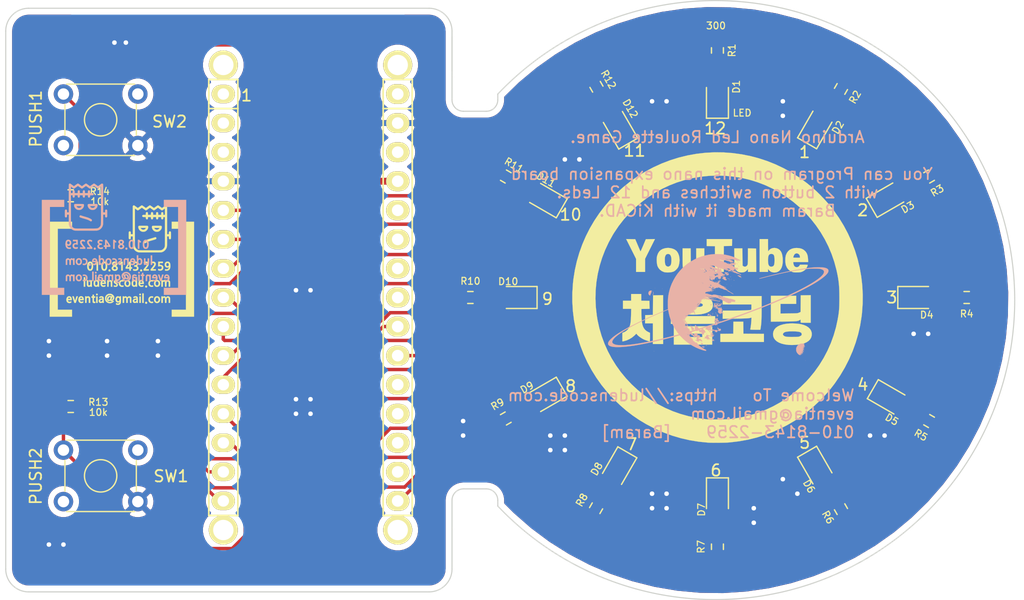
<source format=kicad_pcb>
(kicad_pcb (version 20171130) (host pcbnew "(5.1.7)-1")
  (title_block (date "jeu. 02 avril 2015"))
  (layers (0 F.Cu signal) (31 B.Cu signal) (34 B.Paste user) (35 F.Paste user) (36 B.SilkS user) (37 F.SilkS user) (38 B.Mask user) (39 F.Mask user) (44 Edge.Cuts user))
  (net 0 "")
  (net 1 GND)
  (net 2 +5V)
  (net 3 "Net-(D1-Pad2)")
  (net 4 "Net-(D2-Pad2)")
  (net 5 "Net-(D3-Pad2)")
  (net 6 "Net-(D4-Pad2)")
  (net 7 "Net-(D5-Pad2)")
  (net 8 "Net-(D6-Pad2)")
  (net 9 "Net-(D7-Pad2)")
  (net 10 "Net-(D8-Pad2)")
  (net 11 "Net-(D9-Pad2)")
  (net 12 "Net-(D10-Pad2)")
  (net 13 "Net-(D11-Pad2)")
  (net 14 "Net-(D12-Pad2)")
  (net 15 2)
  (net 16 3)
  (net 17 4)
  (net 18 5)
  (net 19 6)
  (net 20 7)
  (net 21 8)
  (net 22 9)
  (net 23 10)
  (net 24 11)
  (net 25 12)
  (net 26 A2)
  (net 27 13)
  (net 28 A3)
  (module Try001:YouTube_PCB_Profile_130x105 (layer B.Cu) (at 110.49 99.695 180)
    (fp_text reference G*** hide)
    (fp_text value LOGO hide)
  )
  (module Try001:YouTube_PCB_Profile_130x105 (layer F.Cu) (at 111.125 101.6)
    (fp_text reference G*** hide)
    (fp_text value LOGO hide)
  )
  (module Try001:YouTube_PCB_254 (layer F.Cu) (at 163.195 104.775)
    (fp_text reference G*** hide)
    (fp_text value LOGO hide)
  )
  (module Try001:PCB_Logo_Space (layer B.Cu) (at 163.195 105.41 180)
    (fp_text reference G*** hide)
    (fp_text value LOGO hide)
  )
  (module Socket_Arduino_Nano:Socket_Strip_Arduino_1x15 (layer F.Cu) (at 135.255 86.995 270)
    (fp_text reference P2 hide)
    (fp_text value Analog hide)
    (pad 1 thru_hole oval (at 0 0 270) (size 1.7272 2.032) (drill 1.016) (layers *.Cu *.Mask F.SilkS))
    (pad 2 thru_hole oval (at 2.54 0 270) (size 1.7272 2.032) (drill 1.016) (layers *.Cu *.Mask F.SilkS) (net 1 GND))
    (pad 3 thru_hole oval (at 5.08 0 270) (size 1.7272 2.032) (drill 1.016) (layers *.Cu *.Mask F.SilkS))
    (pad 4 thru_hole oval (at 7.62 0 270) (size 1.7272 2.032) (drill 1.016) (layers *.Cu *.Mask F.SilkS) (net 2 +5V))
    (pad 5 thru_hole oval (at 10.16 0 270) (size 1.7272 2.032) (drill 1.016) (layers *.Cu *.Mask F.SilkS))
    (pad 6 thru_hole oval (at 12.7 0 270) (size 1.7272 2.032) (drill 1.016) (layers *.Cu *.Mask F.SilkS))
    (pad 7 thru_hole oval (at 15.24 0 270) (size 1.7272 2.032) (drill 1.016) (layers *.Cu *.Mask F.SilkS))
    (pad 8 thru_hole oval (at 17.78 0 270) (size 1.7272 2.032) (drill 1.016) (layers *.Cu *.Mask F.SilkS))
    (pad 9 thru_hole oval (at 20.32 0 270) (size 1.7272 2.032) (drill 1.016) (layers *.Cu *.Mask F.SilkS) (net 28 A3))
    (pad 10 thru_hole oval (at 22.86 0 270) (size 1.7272 2.032) (drill 1.016) (layers *.Cu *.Mask F.SilkS) (net 26 A2))
    (pad 11 thru_hole oval (at 25.4 0 270) (size 1.7272 2.032) (drill 1.016) (layers *.Cu *.Mask F.SilkS))
    (pad 12 thru_hole oval (at 27.94 0 270) (size 1.7272 2.032) (drill 1.016) (layers *.Cu *.Mask F.SilkS))
    (pad 13 thru_hole oval (at 30.48 0 270) (size 1.7272 2.032) (drill 1.016) (layers *.Cu *.Mask F.SilkS))
    (pad 14 thru_hole oval (at 33.02 0 270) (size 1.7272 2.032) (drill 1.016) (layers *.Cu *.Mask F.SilkS))
    (pad 15 thru_hole oval (at 35.56 0 270) (size 1.7272 2.032) (drill 1.016) (layers *.Cu *.Mask F.SilkS) (net 27 13))
  )
  (module Socket_Arduino_Nano:Socket_Strip_Arduino_1x15 (layer F.Cu) (at 120.015 86.995 270)
    (fp_text reference P1 hide)
    (fp_text value Digital hide)
    (pad 1 thru_hole oval (at 0 0 270) (size 1.6 2.032) (drill 1) (layers *.Cu *.Mask F.SilkS))
    (pad 2 thru_hole oval (at 2.54 0 270) (size 1.6 2.032) (drill 1) (layers *.Cu *.Mask F.SilkS))
    (pad 3 thru_hole oval (at 5.08 0 270) (size 1.6 2.032) (drill 1) (layers *.Cu *.Mask F.SilkS))
    (pad 4 thru_hole oval (at 7.62 0 270) (size 1.6 2.032) (drill 1) (layers *.Cu *.Mask F.SilkS) (net 1 GND))
    (pad 5 thru_hole oval (at 10.16 0 270) (size 1.6 2.032) (drill 1) (layers *.Cu *.Mask F.SilkS) (net 15 2))
    (pad 6 thru_hole oval (at 12.7 0 270) (size 1.6 2.032) (drill 1) (layers *.Cu *.Mask F.SilkS) (net 16 3))
    (pad 7 thru_hole oval (at 15.24 0 270) (size 1.6 2.032) (drill 1) (layers *.Cu *.Mask F.SilkS) (net 17 4))
    (pad 8 thru_hole oval (at 17.78 0 270) (size 1.6 2.032) (drill 1) (layers *.Cu *.Mask F.SilkS) (net 18 5))
    (pad 9 thru_hole oval (at 20.32 0 270) (size 1.6 2.032) (drill 1) (layers *.Cu *.Mask F.SilkS) (net 19 6))
    (pad 10 thru_hole oval (at 22.86 0 270) (size 1.6 2.032) (drill 1) (layers *.Cu *.Mask F.SilkS) (net 20 7))
    (pad 11 thru_hole oval (at 25.4 0 270) (size 1.6 2.032) (drill 1) (layers *.Cu *.Mask F.SilkS) (net 21 8))
    (pad 12 thru_hole oval (at 27.94 0 270) (size 1.6 2.032) (drill 1) (layers *.Cu *.Mask F.SilkS) (net 22 9))
    (pad 13 thru_hole oval (at 30.48 0 270) (size 1.6 2.032) (drill 1) (layers *.Cu *.Mask F.SilkS) (net 23 10))
    (pad 14 thru_hole oval (at 33.02 0 270) (size 1.6 2.032) (drill 1) (layers *.Cu *.Mask F.SilkS) (net 24 11))
    (pad 15 thru_hole oval (at 35.56 0 270) (size 1.6 2.032) (drill 1) (layers *.Cu *.Mask F.SilkS) (net 25 12))
  )
  (module LED_SMD:LED_0805_2012Metric (layer F.Cu) (at 163.195 87.4245 90)
    (fp_text reference D1 (at 1.0645 1.651 270) (layer F.SilkS) (effects (font (size 0.6 0.6) (thickness 0.1))))
    (fp_text value LED (at -1.2215 2.159 180) (layer F.SilkS) (effects (font (size 0.6 0.6) (thickness 0.1))))
    (pad 2 smd roundrect (at 0.9375 0 90) (size 0.975 1.4) (layers F.Cu F.Paste F.Mask) (net 3 "Net-(D1-Pad2)"))
    (pad 1 smd roundrect (at -0.9375 0 90) (size 0.975 1.4) (layers F.Cu F.Paste F.Mask) (net 1 GND))
  )
  (module Button_Switch_THT:SW_TH_Tactile_Omron_B3F-10xx (layer F.Cu) (at 106.045 86.995)
    (fp_text reference SW2 (at 9.271 2.413) (layer F.SilkS))
    (fp_text value PUSH1 (at -2.413 2.159 -90) (layer F.SilkS))
    (pad 1 thru_hole circle (at 0 0) (size 1.7 1.7) (drill 1) (layers *.Cu *.Mask) (net 28 A3))
    (pad 2 thru_hole circle (at 6.5 0) (size 1.7 1.7) (drill 1) (layers *.Cu *.Mask))
    (pad 3 thru_hole circle (at 0 4.5) (size 1.7 1.7) (drill 1) (layers *.Cu *.Mask))
    (pad 4 thru_hole circle (at 6.5 4.5) (size 1.7 1.7) (drill 1) (layers *.Cu *.Mask) (net 1 GND))
  )
  (module Button_Switch_THT:SW_TH_Tactile_Omron_B3F-10xx (layer F.Cu) (at 106.045 118.11)
    (fp_text reference SW1 (at 9.398 2.286) (layer F.SilkS))
    (fp_text value PUSH2 (at -2.413 2.286 -90) (layer F.SilkS))
    (pad 1 thru_hole circle (at 0 0) (size 1.7 1.7) (drill 1) (layers *.Cu *.Mask) (net 26 A2))
    (pad 2 thru_hole circle (at 6.5 0) (size 1.7 1.7) (drill 1) (layers *.Cu *.Mask))
    (pad 3 thru_hole circle (at 0 4.5) (size 1.7 1.7) (drill 1) (layers *.Cu *.Mask))
    (pad 4 thru_hole circle (at 6.5 4.5) (size 1.7 1.7) (drill 1) (layers *.Cu *.Mask) (net 1 GND))
  )
  (module Resistor_SMD:R_0603_1608Metric (layer F.Cu) (at 106.68 95.885)
    (fp_text reference R14 (at 2.54 -0.381) (layer F.SilkS) (effects (font (size 0.6 0.6) (thickness 0.1))))
    (fp_text value 10k (at 2.54 0.508) (layer F.SilkS) (effects (font (size 0.6 0.6) (thickness 0.1))))
    (pad 2 smd roundrect (at 0.825 0) (size 0.8 0.95) (layers F.Cu F.Paste F.Mask) (net 28 A3))
    (pad 1 smd roundrect (at -0.825 0) (size 0.8 0.95) (layers F.Cu F.Paste F.Mask) (net 2 +5V))
  )
  (module Resistor_SMD:R_0603_1608Metric (layer F.Cu) (at 106.68 114.3 180)
    (fp_text reference R13 (at -2.413 0.381) (layer F.SilkS) (effects (font (size 0.6 0.6) (thickness 0.1))))
    (fp_text value 10k (at -2.413 -0.508) (layer F.SilkS) (effects (font (size 0.6 0.6) (thickness 0.1))))
    (pad 2 smd roundrect (at 0.825 0 180) (size 0.8 0.95) (layers F.Cu F.Paste F.Mask) (net 26 A2))
    (pad 1 smd roundrect (at -0.825 0 180) (size 0.8 0.95) (layers F.Cu F.Paste F.Mask) (net 2 +5V))
  )
  (module Resistor_SMD:R_0603_1608Metric (layer F.Cu) (at 152.6225 86.36 300)
    (fp_text reference R12 (at -0.026176 -1.224662 120) (layer F.SilkS) (effects (font (size 0.6 0.6) (thickness 0.1))))
    (fp_text value R)
    (pad 2 smd roundrect (at 0.825 0 300) (size 0.8 0.95) (layers F.Cu F.Paste F.Mask) (net 14 "Net-(D12-Pad2)"))
    (pad 1 smd roundrect (at -0.825 0 300) (size 0.8 0.95) (layers F.Cu F.Paste F.Mask) (net 27 13))
  )
  (module Resistor_SMD:R_0603_1608Metric (layer F.Cu) (at 144.700529 94.2025 330)
    (fp_text reference R11 (at 0.1265 -1.209838 150) (layer F.SilkS) (effects (font (size 0.6 0.6) (thickness 0.1))))
    (fp_text value R)
    (pad 2 smd roundrect (at 0.825 0 330) (size 0.8 0.95) (layers F.Cu F.Paste F.Mask) (net 13 "Net-(D11-Pad2)"))
    (pad 1 smd roundrect (at -0.825 0 330) (size 0.8 0.95) (layers F.Cu F.Paste F.Mask) (net 25 12))
  )
  (module Resistor_SMD:R_0603_1608Metric (layer F.Cu) (at 141.605 104.775)
    (fp_text reference R10 (at 0 -1.43) (layer F.SilkS) (effects (font (size 0.6 0.6) (thickness 0.1))))
    (fp_text value R)
    (pad 2 smd roundrect (at 0.825 0) (size 0.8 0.95) (layers F.Cu F.Paste F.Mask) (net 12 "Net-(D10-Pad2)"))
    (pad 1 smd roundrect (at -0.825 0) (size 0.8 0.95) (layers F.Cu F.Paste F.Mask) (net 24 11))
  )
  (module Resistor_SMD:R_0603_1608Metric (layer F.Cu) (at 144.700529 115.3475 30)
    (fp_text reference R9 (at 0 -1.43 30) (layer F.SilkS) (effects (font (size 0.6 0.6) (thickness 0.1))))
    (fp_text value R)
    (pad 2 smd roundrect (at 0.825 0 30) (size 0.8 0.95) (layers F.Cu F.Paste F.Mask) (net 11 "Net-(D9-Pad2)"))
    (pad 1 smd roundrect (at -0.825 0 30) (size 0.8 0.95) (layers F.Cu F.Paste F.Mask) (net 23 10))
  )
  (module Resistor_SMD:R_0603_1608Metric (layer F.Cu) (at 152.59 123.19 60)
    (fp_text reference R8 (at 0 -1.43 60) (layer F.SilkS) (effects (font (size 0.6 0.6) (thickness 0.1))))
    (fp_text value R)
    (pad 2 smd roundrect (at 0.825 0 60) (size 0.8 0.95) (layers F.Cu F.Paste F.Mask) (net 10 "Net-(D8-Pad2)"))
    (pad 1 smd roundrect (at -0.825 0 60) (size 0.8 0.95) (layers F.Cu F.Paste F.Mask) (net 22 9))
  )
  (module Resistor_SMD:R_0603_1608Metric (layer F.Cu) (at 163.195 126.555 90)
    (fp_text reference R7 (at 0 -1.43 90) (layer F.SilkS) (effects (font (size 0.6 0.6) (thickness 0.1))))
    (fp_text value R)
    (pad 2 smd roundrect (at 0.825 0 90) (size 0.8 0.95) (layers F.Cu F.Paste F.Mask) (net 9 "Net-(D7-Pad2)"))
    (pad 1 smd roundrect (at -0.825 0 90) (size 0.8 0.95) (layers F.Cu F.Paste F.Mask) (net 21 8))
  )
  (module Resistor_SMD:R_0603_1608Metric (layer F.Cu) (at 173.99 123.269471 120)
    (fp_text reference R6 (at -0.047708 -1.347367 120) (layer F.SilkS) (effects (font (size 0.6 0.6) (thickness 0.1))))
    (fp_text value R)
    (pad 2 smd roundrect (at 0.825 0 120) (size 0.8 0.95) (layers F.Cu F.Paste F.Mask) (net 8 "Net-(D6-Pad2)"))
    (pad 1 smd roundrect (at -0.825 0 120) (size 0.8 0.95) (layers F.Cu F.Paste F.Mask) (net 20 7))
  )
  (module Resistor_SMD:R_0603_1608Metric (layer F.Cu) (at 181.689471 115.57 150)
    (fp_text reference R5 (at 0 -1.43 150) (layer F.SilkS) (effects (font (size 0.6 0.6) (thickness 0.1))))
    (fp_text value R)
    (pad 2 smd roundrect (at 0.825 0 150) (size 0.8 0.95) (layers F.Cu F.Paste F.Mask) (net 7 "Net-(D5-Pad2)"))
    (pad 1 smd roundrect (at -0.825 0 150) (size 0.8 0.95) (layers F.Cu F.Paste F.Mask) (net 19 6))
  )
  (module Resistor_SMD:R_0603_1608Metric (layer F.Cu) (at 184.975 104.775 180)
    (fp_text reference R4 (at 0 -1.43) (layer F.SilkS) (effects (font (size 0.6 0.6) (thickness 0.1))))
    (fp_text value R)
    (pad 2 smd roundrect (at 0.825 0 180) (size 0.8 0.95) (layers F.Cu F.Paste F.Mask) (net 6 "Net-(D4-Pad2)"))
    (pad 1 smd roundrect (at -0.825 0 180) (size 0.8 0.95) (layers F.Cu F.Paste F.Mask) (net 18 5))
  )
  (module Resistor_SMD:R_0603_1608Metric (layer F.Cu) (at 181.689471 94.2025 210)
    (fp_text reference R3 (at 0 -1.43 30) (layer F.SilkS) (effects (font (size 0.6 0.6) (thickness 0.1))))
    (fp_text value R)
    (pad 2 smd roundrect (at 0.825 0 210) (size 0.8 0.95) (layers F.Cu F.Paste F.Mask) (net 5 "Net-(D3-Pad2)"))
    (pad 1 smd roundrect (at -0.825 0 210) (size 0.8 0.95) (layers F.Cu F.Paste F.Mask) (net 17 4))
  )
  (module Resistor_SMD:R_0603_1608Metric (layer F.Cu) (at 173.99 86.55 240)
    (fp_text reference R2 (at 0 -1.43 60) (layer F.SilkS) (effects (font (size 0.6 0.6) (thickness 0.1))))
    (fp_text value R)
    (pad 2 smd roundrect (at 0.825 0 240) (size 0.8 0.95) (layers F.Cu F.Paste F.Mask) (net 4 "Net-(D2-Pad2)"))
    (pad 1 smd roundrect (at -0.825 0 240) (size 0.8 0.95) (layers F.Cu F.Paste F.Mask) (net 16 3))
  )
  (module Resistor_SMD:R_0603_1608Metric (layer F.Cu) (at 163.195 83.185 270)
    (fp_text reference R1 (at 0 -1.27 90) (layer F.SilkS) (effects (font (size 0.6 0.6) (thickness 0.1))))
    (fp_text value 300 (at -2.159 0.127 180) (layer F.SilkS) (effects (font (size 0.6 0.6) (thickness 0.1))))
    (pad 2 smd roundrect (at 0.825 0 270) (size 0.8 0.95) (layers F.Cu F.Paste F.Mask) (net 3 "Net-(D1-Pad2)"))
    (pad 1 smd roundrect (at -0.825 0 270) (size 0.8 0.95) (layers F.Cu F.Paste F.Mask) (net 15 2))
  )
  (module LED_SMD:LED_0805_2012Metric (layer F.Cu) (at 154.559 89.8675 120)
    (fp_text reference D12 (at 0.879806 1.681132 120) (layer F.SilkS) (effects (font (size 0.6 0.6) (thickness 0.1))))
    (fp_text value LED)
    (pad 2 smd roundrect (at 0.9375 0 120) (size 0.975 1.4) (layers F.Cu F.Paste F.Mask) (net 14 "Net-(D12-Pad2)"))
    (pad 1 smd roundrect (at -0.9375 0 120) (size 0.975 1.4) (layers F.Cu F.Paste F.Mask) (net 1 GND))
  )
  (module LED_SMD:LED_0805_2012Metric (layer F.Cu) (at 148.1305 96.139 150)
    (fp_text reference D11 (at 0.757517 1.469058 150) (layer F.SilkS) (effects (font (size 0.6 0.6) (thickness 0.1))))
    (fp_text value LED)
    (pad 2 smd roundrect (at 0.9375 0 150) (size 0.975 1.4) (layers F.Cu F.Paste F.Mask) (net 13 "Net-(D11-Pad2)"))
    (pad 1 smd roundrect (at -0.9375 0 150) (size 0.975 1.4) (layers F.Cu F.Paste F.Mask) (net 1 GND))
  )
  (module LED_SMD:LED_0805_2012Metric (layer F.Cu) (at 145.7475 104.775 180)
    (fp_text reference D10 (at 0.8405 1.397) (layer F.SilkS) (effects (font (size 0.6 0.6) (thickness 0.1))))
    (fp_text value LED)
    (pad 2 smd roundrect (at 0.9375 0 180) (size 0.975 1.4) (layers F.Cu F.Paste F.Mask) (net 12 "Net-(D10-Pad2)"))
    (pad 1 smd roundrect (at -0.9375 0 180) (size 0.975 1.4) (layers F.Cu F.Paste F.Mask) (net 1 GND))
  )
  (module LED_SMD:LED_0805_2012Metric (layer F.Cu) (at 148.1305 113.411 210)
    (fp_text reference D9 (at 0.980825 1.446161 30) (layer F.SilkS) (effects (font (size 0.6 0.6) (thickness 0.1))))
    (fp_text value LED)
    (pad 2 smd roundrect (at 0.9375 0 210) (size 0.975 1.4) (layers F.Cu F.Paste F.Mask) (net 11 "Net-(D9-Pad2)"))
    (pad 1 smd roundrect (at -0.9375 0 210) (size 0.975 1.4) (layers F.Cu F.Paste F.Mask) (net 1 GND))
  )
  (module LED_SMD:LED_0805_2012Metric (layer F.Cu) (at 154.4805 119.761 240)
    (fp_text reference D8 (at 0.91325 1.581795 60) (layer F.SilkS) (effects (font (size 0.6 0.6) (thickness 0.1))))
    (fp_text value LED)
    (pad 2 smd roundrect (at 0.9375 0 240) (size 0.975 1.4) (layers F.Cu F.Paste F.Mask) (net 10 "Net-(D8-Pad2)"))
    (pad 1 smd roundrect (at -0.9375 0 240) (size 0.975 1.4) (layers F.Cu F.Paste F.Mask) (net 1 GND))
  )
  (module LED_SMD:LED_0805_2012Metric (layer F.Cu) (at 163.195 122.2225 270)
    (fp_text reference D7 (at 1.0945 1.397 90) (layer F.SilkS) (effects (font (size 0.6 0.6) (thickness 0.1))))
    (fp_text value LED)
    (pad 2 smd roundrect (at 0.9375 0 270) (size 0.975 1.4) (layers F.Cu F.Paste F.Mask) (net 9 "Net-(D7-Pad2)"))
    (pad 1 smd roundrect (at -0.9375 0 270) (size 0.975 1.4) (layers F.Cu F.Paste F.Mask) (net 1 GND))
  )
  (module LED_SMD:LED_0805_2012Metric (layer F.Cu) (at 171.87025 119.711101 300)
    (fp_text reference D6 (at 1.025912 1.370867 120) (layer F.SilkS) (effects (font (size 0.6 0.6) (thickness 0.1))))
    (fp_text value LED)
    (pad 2 smd roundrect (at 0.9375 0 300) (size 0.975 1.4) (layers F.Cu F.Paste F.Mask) (net 8 "Net-(D6-Pad2)"))
    (pad 1 smd roundrect (at -0.9375 0 300) (size 0.975 1.4) (layers F.Cu F.Paste F.Mask) (net 1 GND))
  )
  (module LED_SMD:LED_0805_2012Metric (layer F.Cu) (at 178.230899 113.62575 330)
    (fp_text reference D5 (at 1.085382 1.471734 150) (layer F.SilkS) (effects (font (size 0.6 0.6) (thickness 0.1))))
    (fp_text value LED)
    (pad 2 smd roundrect (at 0.9375 0 330) (size 0.975 1.4) (layers F.Cu F.Paste F.Mask) (net 7 "Net-(D5-Pad2)"))
    (pad 1 smd roundrect (at -0.9375 0 330) (size 0.975 1.4) (layers F.Cu F.Paste F.Mask) (net 1 GND))
  )
  (module LED_SMD:LED_0805_2012Metric (layer F.Cu) (at 180.6425 104.775)
    (fp_text reference D4 (at 0.8405 1.524) (layer F.SilkS) (effects (font (size 0.6 0.6) (thickness 0.1))))
    (fp_text value LED)
    (pad 2 smd roundrect (at 0.9375 0) (size 0.975 1.4) (layers F.Cu F.Paste F.Mask) (net 6 "Net-(D4-Pad2)"))
    (pad 1 smd roundrect (at -0.9375 0) (size 0.975 1.4) (layers F.Cu F.Paste F.Mask) (net 1 GND))
  )
  (module LED_SMD:LED_0805_2012Metric (layer F.Cu) (at 178.131101 96.09975 30)
    (fp_text reference D3 (at 1.072397 1.544352 30) (layer F.SilkS) (effects (font (size 0.6 0.6) (thickness 0.1))))
    (fp_text value LED)
    (pad 2 smd roundrect (at 0.9375 0 30) (size 0.975 1.4) (layers F.Cu F.Paste F.Mask) (net 5 "Net-(D3-Pad2)"))
    (pad 1 smd roundrect (at -0.9375 0 30) (size 0.975 1.4) (layers F.Cu F.Paste F.Mask) (net 1 GND))
  )
  (module LED_SMD:LED_0805_2012Metric (layer F.Cu) (at 171.87025 89.838899 60)
    (fp_text reference D2 (at 0.866104 1.654337 60) (layer F.SilkS) (effects (font (size 0.6 0.6) (thickness 0.1))))
    (fp_text value LED hide)
    (pad 2 smd roundrect (at 0.9375 0 60) (size 0.975 1.4) (layers F.Cu F.Paste F.Mask) (net 4 "Net-(D2-Pad2)"))
    (pad 1 smd roundrect (at -0.9375 0 60) (size 0.975 1.4) (layers F.Cu F.Paste F.Mask) (net 1 GND))
  )
  (module Socket_Arduino_Nano:1pin_Nano (layer F.Cu) (at 120.015 84.455)
    (fp_text reference P3 hide)
    (fp_text value CONN_01X01 hide)
    (pad 1 thru_hole circle (at 0 0) (size 2.54 2.54) (drill 1.778) (layers *.Cu *.Mask F.SilkS))
  )
  (module Socket_Arduino_Nano:1pin_Nano (layer F.Cu) (at 120.015 125.095)
    (fp_text reference P4 hide)
    (fp_text value CONN_01X01 hide)
    (pad 1 thru_hole circle (at 0 0) (size 2.54 2.54) (drill 1.778) (layers *.Cu *.Mask F.SilkS))
  )
  (module Socket_Arduino_Nano:1pin_Nano (layer F.Cu) (at 135.255 125.095)
    (fp_text reference P5 hide)
    (fp_text value CONN_01X01 hide)
    (pad 1 thru_hole circle (at 0 0) (size 2.54 2.54) (drill 1.778) (layers *.Cu *.Mask F.SilkS))
  )
  (module Socket_Arduino_Nano:1pin_Nano (layer F.Cu) (at 135.255 84.455)
    (fp_text reference P6 hide)
    (fp_text value CONN_01X01 hide)
    (pad 1 thru_hole circle (at 0 0) (size 2.54 2.54) (drill 1.778) (layers *.Cu *.Mask F.SilkS))
  )
  (gr_text "Arduino Nano Led Roulette Game.\n\nYou can Program on this nano expansion board \nwith 2 button switches and 12 Leds.\nBaram made it with KiCAD." (at 163.195 93.98) (layer B.SilkS) (effects (font (size 1 1)) (justify mirror)))
  (gr_text "Welcome To    https://ludenscode.com\neventia@gmail.com\n010-8143-2259    [Baram]" (at 175.26 114.935) (layer B.SilkS) (effects (font (size 1 1)) (justify left mirror)))
  (gr_text 11 (at 155.956 91.948) (layer F.SilkS) (effects (font (size 1 1))))
  (gr_text 10 (at 150.368 97.536) (layer F.SilkS) (effects (font (size 1 1))))
  (gr_text 9 (at 148.336 104.902) (layer F.SilkS) (effects (font (size 1 1))))
  (gr_text 8 (at 150.368 112.522) (layer F.SilkS) (effects (font (size 1 1))))
  (gr_text 7 (at 155.702 117.602) (layer F.SilkS) (effects (font (size 1 1))))
  (gr_text 6 (at 163.068 119.888) (layer F.SilkS) (effects (font (size 1 1))))
  (gr_text 5 (at 170.815 117.475) (layer F.SilkS) (effects (font (size 1 1))))
  (gr_text 4 (at 175.895 112.395) (layer F.SilkS) (effects (font (size 1 1))))
  (gr_text 3 (at 178.435 104.775) (layer F.SilkS) (effects (font (size 1 1))))
  (gr_text 2 (at 175.895 97.155) (layer F.SilkS) (effects (font (size 1 1))))
  (gr_text 1 (at 170.815 92.075) (layer F.SilkS) (effects (font (size 1 1))))
  (gr_text 12 (at 163 90) (layer F.SilkS) (effects (font (size 1 1))))
  (gr_arc (start 143 122.5) (end 144 122.5) (angle -90) (layer Edge.Cuts) (width 0.1))
  (gr_arc (start 141 122.5) (end 141 121.5) (angle -90) (layer Edge.Cuts) (width 0.1))
  (gr_arc (start 143 87.5) (end 143 88.5) (angle -90) (layer Edge.Cuts) (width 0.1))
  (gr_arc (start 141 87.5) (end 140 87.5) (angle -90) (layer Edge.Cuts) (width 0.1))
  (gr_arc (start 138 128.5) (end 138 130.5) (angle -90) (layer Edge.Cuts) (width 0.1))
  (gr_arc (start 138 81.5) (end 140 81.5) (angle -90) (layer Edge.Cuts) (width 0.1))
  (gr_line (start 101 128.5) (end 101 81.5) (layer Edge.Cuts) (width 0.1))
  (gr_line (start 138 130.5) (end 103 130.5) (layer Edge.Cuts) (width 0.1))
  (gr_arc (start 103 128.5) (end 101 128.5) (angle -90) (layer Edge.Cuts) (width 0.1))
  (gr_arc (start 103 81.5) (end 103 79.5) (angle -90) (layer Edge.Cuts) (width 0.1))
  (gr_line (start 140 128) (end 140 128.5) (layer Edge.Cuts) (width 0.1))
  (gr_line (start 140 122.5) (end 140.000001 125) (layer Edge.Cuts) (width 0.1))
  (gr_line (start 143 121.5) (end 141 121.5) (layer Edge.Cuts) (width 0.1))
  (gr_line (start 143.999999 123.000001) (end 144 122.5) (layer Edge.Cuts) (width 0.1))
  (gr_line (start 144 87.5) (end 143.999996 86.999999) (layer Edge.Cuts) (width 0.1))
  (gr_line (start 141 88.5) (end 143 88.5) (layer Edge.Cuts) (width 0.1))
  (gr_line (start 140 86.5) (end 140 87.5) (layer Edge.Cuts) (width 0.1))
  (gr_line (start 140 85.5) (end 140 86.5) (layer Edge.Cuts) (width 0.1))
  (gr_line (start 140 81.5) (end 140 85.5) (layer Edge.Cuts) (width 0.1))
  (gr_line (start 103 79.5) (end 138 79.5) (layer Edge.Cuts) (width 0.1))
  (gr_line (start 140.000001 85.000001) (end 140 82) (layer Edge.Cuts) (width 0.1))
  (gr_line (start 140.000001 125) (end 140 128) (layer Edge.Cuts) (width 0.1))
  (gr_arc (start 163 105) (end 144.000001 122.999999) (angle -273.0963154) (layer Edge.Cuts) (width 0.1))
  (gr_text 1 (at 122.047 87.122) (layer F.SilkS) (effects (font (size 1 1))))
  (via (at 157.48 121.92) (size 0.6) (drill 0.4) (layers F.Cu B.Cu) (net 1))
  (via (at 158.75 121.92) (size 0.6) (drill 0.4) (layers F.Cu B.Cu) (net 1))
  (via (at 158.75 123.19) (size 0.6) (drill 0.4) (layers F.Cu B.Cu) (net 1))
  (via (at 157.48 123.19) (size 0.6) (drill 0.4) (layers F.Cu B.Cu) (net 1))
  (via (at 149.86 116.84) (size 0.6) (drill 0.4) (layers F.Cu B.Cu) (net 1))
  (via (at 149.86 118.11) (size 0.6) (drill 0.4) (layers F.Cu B.Cu) (net 1))
  (via (at 148.59 116.84) (size 0.6) (drill 0.4) (layers F.Cu B.Cu) (net 1))
  (via (at 148.59 118.11) (size 0.6) (drill 0.4) (layers F.Cu B.Cu) (net 1))
  (via (at 166.37 123.19) (size 0.6) (drill 0.4) (layers F.Cu B.Cu) (net 1))
  (via (at 166.37 124.46) (size 0.6) (drill 0.4) (layers F.Cu B.Cu) (net 1))
  (via (at 168.91 120.65) (size 0.6) (drill 0.4) (layers F.Cu B.Cu) (net 1))
  (via (at 170.18 121.92) (size 0.6) (drill 0.4) (layers F.Cu B.Cu) (net 1))
  (via (at 177.8 116.84) (size 0.6) (drill 0.4) (layers F.Cu B.Cu) (net 1))
  (via (at 176.53 116.84) (size 0.6) (drill 0.4) (layers F.Cu B.Cu) (net 1))
  (via (at 181.61 107.95) (size 0.6) (drill 0.4) (layers F.Cu B.Cu) (net 1))
  (via (at 180.34 107.95) (size 0.6) (drill 0.4) (layers F.Cu B.Cu) (net 1))
  (via (at 168.91 87.63) (size 0.6) (drill 0.4) (layers F.Cu B.Cu) (net 1))
  (via (at 168.91 88.9) (size 0.6) (drill 0.4) (layers F.Cu B.Cu) (net 1))
  (via (at 158.75 87.63) (size 0.6) (drill 0.4) (layers F.Cu B.Cu) (net 1))
  (via (at 157.48 87.63) (size 0.6) (drill 0.4) (layers F.Cu B.Cu) (net 1))
  (via (at 149.86 92.71) (size 0.6) (drill 0.4) (layers F.Cu B.Cu) (net 1))
  (via (at 151.13 92.71) (size 0.6) (drill 0.4) (layers F.Cu B.Cu) (net 1))
  (via (at 104.775 109.855) (size 0.6) (drill 0.4) (layers F.Cu B.Cu) (net 1))
  (via (at 140.97 116.84) (size 0.6) (drill 0.4) (layers F.Cu B.Cu) (net 1))
  (via (at 140.97 115.57) (size 0.6) (drill 0.4) (layers F.Cu B.Cu) (net 1))
  (via (at 127.635 113.665) (size 0.6) (drill 0.4) (layers F.Cu B.Cu) (net 1))
  (via (at 126.365 113.665) (size 0.6) (drill 0.4) (layers F.Cu B.Cu) (net 1))
  (via (at 127.635 114.935) (size 0.6) (drill 0.4) (layers F.Cu B.Cu) (net 1))
  (via (at 126.365 114.935) (size 0.6) (drill 0.4) (layers F.Cu B.Cu) (net 1))
  (via (at 127.635 104.14) (size 0.6) (drill 0.4) (layers F.Cu B.Cu) (net 1))
  (via (at 126.365 104.14) (size 0.6) (drill 0.4) (layers F.Cu B.Cu) (net 1))
  (via (at 104.775 108.585) (size 0.6) (drill 0.4) (layers F.Cu B.Cu) (net 1))
  (via (at 114.3 108.585) (size 0.6) (drill 0.4) (layers F.Cu B.Cu) (net 1))
  (via (at 114.3 109.855) (size 0.6) (drill 0.4) (layers F.Cu B.Cu) (net 1))
  (via (at 109.855 108.585) (size 0.6) (drill 0.4) (layers F.Cu B.Cu) (net 1))
  (via (at 109.855 109.855) (size 0.6) (drill 0.4) (layers F.Cu B.Cu) (net 1))
  (via (at 104.775 126.365) (size 0.6) (drill 0.4) (layers F.Cu B.Cu) (net 1))
  (via (at 106.045 126.365) (size 0.6) (drill 0.4) (layers F.Cu B.Cu) (net 1))
  (via (at 110.5 82.5) (size 0.6) (drill 0.4) (layers F.Cu B.Cu) (net 1))
  (via (at 111.5 82.5) (size 0.6) (drill 0.4) (layers F.Cu B.Cu) (net 1))
  (segment (start 105.855 104.585) (end 105.855 95.885) (width 0.6) (layer F.Cu) (net 2))
  (segment (start 105.855 105.855) (end 105.855 104.585) (width 0.6) (layer F.Cu) (net 2))
  (segment (start 107.505 107.505) (end 105.855 105.855) (width 0.6) (layer F.Cu) (net 2))
  (segment (start 107.505 114.3) (end 107.505 107.505) (width 0.6) (layer F.Cu) (net 2))
  (segment (start 125.095 91.44) (end 128.27 94.615) (width 0.6) (layer F.Cu) (net 2))
  (segment (start 125.095 83.82) (end 125.095 91.44) (width 0.6) (layer F.Cu) (net 2))
  (segment (start 123.825 82.55) (end 125.095 83.82) (width 0.6) (layer F.Cu) (net 2))
  (segment (start 118.364 82.55) (end 123.825 82.55) (width 0.6) (layer F.Cu) (net 2))
  (segment (start 116.713 84.201) (end 118.364 82.55) (width 0.6) (layer F.Cu) (net 2))
  (segment (start 105.664 84.201) (end 116.713 84.201) (width 0.6) (layer F.Cu) (net 2))
  (segment (start 104.15501 93.99501) (end 104.15501 85.70999) (width 0.6) (layer F.Cu) (net 2))
  (segment (start 104.15501 85.70999) (end 105.664 84.201) (width 0.6) (layer F.Cu) (net 2))
  (segment (start 105.855 95.695) (end 104.15501 93.99501) (width 0.6) (layer F.Cu) (net 2))
  (segment (start 128.27 94.615) (end 135.255 94.615) (width 0.6) (layer F.Cu) (net 2))
  (segment (start 105.855 95.885) (end 105.855 95.695) (width 0.6) (layer F.Cu) (net 2))
  (segment (start 163.195 84.01) (end 163.195 86.487) (width 0.3) (layer F.Cu) (net 3))
  (segment (start 173.5775 87.264471) (end 172.339 89.027) (width 0.3) (layer F.Cu) (net 4))
  (segment (start 180.975 94.615) (end 178.943 95.631) (width 0.3) (layer F.Cu) (net 5))
  (segment (start 181.58 104.775) (end 184.15 104.775) (width 0.3) (layer F.Cu) (net 6))
  (segment (start 179.042798 114.0945) (end 180.975 115.1575) (width 0.3) (layer F.Cu) (net 7))
  (segment (start 172.339 120.523) (end 173.5775 122.555) (width 0.3) (layer F.Cu) (net 8))
  (segment (start 163.195 123.16) (end 163.195 125.73) (width 0.3) (layer F.Cu) (net 9))
  (segment (start 154.01175 120.572899) (end 153.0025 122.475529) (width 0.3) (layer F.Cu) (net 10))
  (segment (start 147.318601 113.87975) (end 145.415 114.935) (width 0.3) (layer F.Cu) (net 11))
  (segment (start 142.43 104.775) (end 144.81 104.775) (width 0.3) (layer F.Cu) (net 12))
  (segment (start 145.415 94.615) (end 147.318601 95.67025) (width 0.3) (layer F.Cu) (net 13))
  (segment (start 153.035 87.074471) (end 154.09025 89.055601) (width 0.3) (layer F.Cu) (net 14))
  (segment (start 164.91 82.36) (end 163.195 82.36) (width 0.3) (layer F.Cu) (net 15))
  (segment (start 138.490451 97.868599) (end 160.504279 97.868599) (width 0.3) (layer F.Cu) (net 15))
  (segment (start 134.14375 95.885) (end 136.506852 95.885) (width 0.3) (layer F.Cu) (net 15))
  (segment (start 166.37 92.002878) (end 166.37 83.82) (width 0.3) (layer F.Cu) (net 15))
  (segment (start 136.506852 95.885) (end 138.490451 97.868599) (width 0.3) (layer F.Cu) (net 15))
  (segment (start 132.23875 97.79) (end 134.14375 95.885) (width 0.3) (layer F.Cu) (net 15))
  (segment (start 166.37 83.82) (end 164.91 82.36) (width 0.3) (layer F.Cu) (net 15))
  (segment (start 160.504279 97.868599) (end 166.37 92.002878) (width 0.3) (layer F.Cu) (net 15))
  (segment (start 122.555 97.79) (end 132.23875 97.79) (width 0.3) (layer F.Cu) (net 15))
  (segment (start 121.92 97.155) (end 122.555 97.79) (width 0.3) (layer F.Cu) (net 15))
  (segment (start 120.015 97.155) (end 121.92 97.155) (width 0.3) (layer F.Cu) (net 15))
  (segment (start 174.4025 85.835529) (end 174.750224 86.183253) (width 0.3) (layer F.Cu) (net 16))
  (segment (start 168.91 93.345) (end 173.355 93.345) (width 0.3) (layer F.Cu) (net 16))
  (segment (start 170.18 93.345) (end 168.91 93.345) (width 0.3) (layer F.Cu) (net 16))
  (segment (start 174.4025 85.835529) (end 176.53 87.963029) (width 0.3) (layer F.Cu) (net 16))
  (segment (start 176.53 87.963029) (end 176.53 90.17) (width 0.3) (layer F.Cu) (net 16))
  (segment (start 173.355 93.345) (end 176.53 90.17) (width 0.3) (layer F.Cu) (net 16))
  (segment (start 121.92 99.695) (end 120.015 99.695) (width 0.3) (layer F.Cu) (net 16))
  (segment (start 123.24639 98.36861) (end 121.92 99.695) (width 0.3) (layer F.Cu) (net 16))
  (segment (start 160.71139 98.36861) (end 123.24639 98.36861) (width 0.3) (layer F.Cu) (net 16))
  (segment (start 165.735 93.345) (end 160.71139 98.36861) (width 0.3) (layer F.Cu) (net 16))
  (segment (start 168.91 93.345) (end 165.735 93.345) (width 0.3) (layer F.Cu) (net 16))
  (segment (start 182.403942 93.79) (end 182.056218 93.442276) (width 0.3) (layer F.Cu) (net 17))
  (segment (start 134.04139 101.02139) (end 132.08 99.06) (width 0.3) (layer F.Cu) (net 17))
  (segment (start 123.825 99.06) (end 120.65 102.235) (width 0.3) (layer F.Cu) (net 17))
  (segment (start 138.62138 98.86862) (end 136.46861 101.02139) (width 0.3) (layer F.Cu) (net 17))
  (segment (start 160.9185 98.86862) (end 138.62138 98.86862) (width 0.3) (layer F.Cu) (net 17))
  (segment (start 165.80712 93.98) (end 160.9185 98.86862) (width 0.3) (layer F.Cu) (net 17))
  (segment (start 173.42712 93.98) (end 165.80712 93.98) (width 0.3) (layer F.Cu) (net 17))
  (segment (start 136.46861 101.02139) (end 134.04139 101.02139) (width 0.3) (layer F.Cu) (net 17))
  (segment (start 174.69712 92.71) (end 173.42712 93.98) (width 0.3) (layer F.Cu) (net 17))
  (segment (start 132.08 99.06) (end 123.825 99.06) (width 0.3) (layer F.Cu) (net 17))
  (segment (start 181.323942 92.71) (end 174.69712 92.71) (width 0.3) (layer F.Cu) (net 17))
  (segment (start 120.65 102.235) (end 120.015 102.235) (width 0.3) (layer F.Cu) (net 17))
  (segment (start 182.403942 93.79) (end 181.323942 92.71) (width 0.3) (layer F.Cu) (net 17))
  (segment (start 185.8 106.3) (end 185.8 104.775) (width 0.3) (layer F.Cu) (net 18))
  (segment (start 182.245 109.855) (end 185.8 106.3) (width 0.3) (layer F.Cu) (net 18))
  (segment (start 175.895 109.855) (end 182.245 109.855) (width 0.3) (layer F.Cu) (net 18))
  (segment (start 174.376589 111.373411) (end 175.895 109.855) (width 0.3) (layer F.Cu) (net 18))
  (segment (start 174.376589 112.960911) (end 174.376589 111.373411) (width 0.3) (layer F.Cu) (net 18))
  (segment (start 154.94 113.03) (end 154.94 113.665) (width 0.3) (layer F.Cu) (net 18))
  (segment (start 154.94 113.03) (end 154.94 114.263941) (width 0.3) (layer F.Cu) (net 18))
  (segment (start 154.94 114.263941) (end 155.881038 115.204979) (width 0.3) (layer F.Cu) (net 18))
  (segment (start 172.132521 115.204979) (end 173.19625 114.14125) (width 0.3) (layer F.Cu) (net 18))
  (segment (start 155.881038 115.204979) (end 172.132521 115.204979) (width 0.3) (layer F.Cu) (net 18))
  (segment (start 173.19625 114.14125) (end 174.376589 112.960911) (width 0.3) (layer F.Cu) (net 18))
  (segment (start 172.632532 114.704968) (end 173.19625 114.14125) (width 0.3) (layer F.Cu) (net 18))
  (segment (start 151.13 109.22) (end 154.94 113.03) (width 0.3) (layer F.Cu) (net 18))
  (segment (start 134.021297 106.68) (end 134.599907 106.10139) (width 0.3) (layer F.Cu) (net 18))
  (segment (start 139.00861 106.10139) (end 142.12722 109.22) (width 0.3) (layer F.Cu) (net 18))
  (segment (start 133.91288 106.68) (end 134.021297 106.68) (width 0.3) (layer F.Cu) (net 18))
  (segment (start 142.12722 109.22) (end 151.13 109.22) (width 0.3) (layer F.Cu) (net 18))
  (segment (start 133.27788 107.315) (end 133.91288 106.68) (width 0.3) (layer F.Cu) (net 18))
  (segment (start 123.02214 107.315) (end 133.27788 107.315) (width 0.3) (layer F.Cu) (net 18))
  (segment (start 120.48214 104.775) (end 123.02214 107.315) (width 0.3) (layer F.Cu) (net 18))
  (segment (start 134.599907 106.10139) (end 139.00861 106.10139) (width 0.3) (layer F.Cu) (net 18))
  (segment (start 120.015 104.775) (end 120.48214 104.775) (width 0.3) (layer F.Cu) (net 18))
  (segment (start 120.015 108.415) (end 120.015 107.315) (width 0.3) (layer F.Cu) (net 19))
  (segment (start 182.403942 115.9825) (end 182 116.386442) (width 0.3) (layer F.Cu) (net 19))
  (segment (start 182 116.386442) (end 182 119) (width 0.3) (layer F.Cu) (net 19))
  (segment (start 182 119) (end 179 122) (width 0.3) (layer F.Cu) (net 19))
  (segment (start 177.88 122) (end 171.584989 115.704989) (width 0.3) (layer F.Cu) (net 19))
  (segment (start 120.12861 108.52861) (end 120.015 108.415) (width 0.3) (layer F.Cu) (net 19))
  (segment (start 154.439989 113.237115) (end 150.922888 109.720014) (width 0.3) (layer F.Cu) (net 19))
  (segment (start 179 122) (end 177.88 122) (width 0.3) (layer F.Cu) (net 19))
  (segment (start 155.673928 115.704989) (end 154.439989 114.47105) (width 0.3) (layer F.Cu) (net 19))
  (segment (start 171.584989 115.704989) (end 155.673928 115.704989) (width 0.3) (layer F.Cu) (net 19))
  (segment (start 154.439989 114.47105) (end 154.439989 113.237115) (width 0.3) (layer F.Cu) (net 19))
  (segment (start 141.595746 109.720014) (end 140.404342 108.52861) (width 0.3) (layer F.Cu) (net 19))
  (segment (start 150.922888 109.720014) (end 141.595746 109.720014) (width 0.3) (layer F.Cu) (net 19))
  (segment (start 140.404342 108.52861) (end 120.12861 108.52861) (width 0.3) (layer F.Cu) (net 19))
  (segment (start 169.386442 123.983942) (end 164.7825 119.38) (width 0.3) (layer F.Cu) (net 20))
  (segment (start 159.385 119.38) (end 156.710011 116.705011) (width 0.3) (layer F.Cu) (net 20))
  (segment (start 156.710011 116.705011) (end 155.223645 116.705011) (width 0.3) (layer F.Cu) (net 20))
  (segment (start 155.223645 116.705011) (end 153.439967 114.921333) (width 0.3) (layer F.Cu) (net 20))
  (segment (start 153.439967 114.921333) (end 153.439967 113.651334) (width 0.3) (layer F.Cu) (net 20))
  (segment (start 142.009966 110.720034) (end 141.66139 111.06861) (width 0.3) (layer F.Cu) (net 20))
  (segment (start 164.7825 119.38) (end 159.385 119.38) (width 0.3) (layer F.Cu) (net 20))
  (segment (start 174.4025 123.983942) (end 169.386442 123.983942) (width 0.3) (layer F.Cu) (net 20))
  (segment (start 150.508666 110.720034) (end 142.009966 110.720034) (width 0.3) (layer F.Cu) (net 20))
  (segment (start 153.439967 113.651334) (end 150.508666 110.720034) (width 0.3) (layer F.Cu) (net 20))
  (segment (start 120.015 109.855) (end 120.65 109.855) (width 0.3) (layer F.Cu) (net 20))
  (segment (start 120.65 109.855) (end 121.47638 109.02862) (width 0.3) (layer F.Cu) (net 20))
  (segment (start 132.0014 109.02862) (end 134.04139 111.06861) (width 0.3) (layer F.Cu) (net 20))
  (segment (start 121.47638 109.02862) (end 132.0014 109.02862) (width 0.3) (layer F.Cu) (net 20))
  (segment (start 141.66139 111.06861) (end 134.04139 111.06861) (width 0.3) (layer F.Cu) (net 20))
  (segment (start 163.195 127.38) (end 162.72 127.38) (width 0.3) (layer F.Cu) (net 21))
  (segment (start 156.5029 117.205022) (end 155.016533 117.205021) (width 0.3) (layer F.Cu) (net 21))
  (segment (start 152.939956 113.858446) (end 150.301556 111.220045) (width 0.3) (layer F.Cu) (net 21))
  (segment (start 142.217077 111.220045) (end 139.828512 113.60861) (width 0.3) (layer F.Cu) (net 21))
  (segment (start 150.301556 111.220045) (end 142.217077 111.220045) (width 0.3) (layer F.Cu) (net 21))
  (segment (start 160.43501 125.09501) (end 160.43501 121.137132) (width 0.3) (layer F.Cu) (net 21))
  (segment (start 152.939956 115.128444) (end 152.939956 113.858446) (width 0.3) (layer F.Cu) (net 21))
  (segment (start 155.016533 117.205021) (end 152.939956 115.128444) (width 0.3) (layer F.Cu) (net 21))
  (segment (start 160.43501 121.137132) (end 156.5029 117.205022) (width 0.3) (layer F.Cu) (net 21))
  (segment (start 162.72 127.38) (end 160.43501 125.09501) (width 0.3) (layer F.Cu) (net 21))
  (segment (start 120.015 112.395) (end 120.015 111.76) (width 0.3) (layer F.Cu) (net 21))
  (segment (start 120.015 111.76) (end 122.24637 109.52863) (width 0.3) (layer F.Cu) (net 21))
  (segment (start 122.24637 109.52863) (end 131.75363 109.52863) (width 0.3) (layer F.Cu) (net 21))
  (segment (start 131.75363 109.52863) (end 133.35 111.125) (width 0.3) (layer F.Cu) (net 21))
  (segment (start 133.35 112.91722) (end 134.04139 113.60861) (width 0.3) (layer F.Cu) (net 21))
  (segment (start 133.35 111.125) (end 133.35 112.91722) (width 0.3) (layer F.Cu) (net 21))
  (segment (start 139.828512 113.60861) (end 134.04139 113.60861) (width 0.3) (layer F.Cu) (net 21))
  (segment (start 150.094446 111.720056) (end 142.424188 111.720056) (width 0.3) (layer F.Cu) (net 22))
  (segment (start 142.424188 111.720056) (end 137.939244 116.205) (width 0.3) (layer F.Cu) (net 22))
  (segment (start 151.829776 123.556747) (end 151.829776 113.455386) (width 0.3) (layer F.Cu) (net 22))
  (segment (start 151.829776 113.455386) (end 150.094446 111.720056) (width 0.3) (layer F.Cu) (net 22))
  (segment (start 152.1775 123.904471) (end 151.829776 123.556747) (width 0.3) (layer F.Cu) (net 22))
  (segment (start 120.015 114.935) (end 121.95606 116.87606) (width 0.3) (layer F.Cu) (net 22))
  (segment (start 121.95606 116.87606) (end 121.95606 118.07394) (width 0.3) (layer F.Cu) (net 22))
  (segment (start 121.95606 118.07394) (end 122.62712 118.745) (width 0.3) (layer F.Cu) (net 22))
  (segment (start 132.08 118.745) (end 134.62 116.205) (width 0.3) (layer F.Cu) (net 22))
  (segment (start 122.62712 118.745) (end 132.08 118.745) (width 0.3) (layer F.Cu) (net 22))
  (segment (start 137.939244 116.205) (end 134.62 116.205) (width 0.3) (layer F.Cu) (net 22))
  (segment (start 120.65 117.475) (end 120.015 117.475) (width 0.3) (layer F.Cu) (net 23))
  (segment (start 122.555 119.38) (end 120.65 117.475) (width 0.3) (layer F.Cu) (net 23))
  (segment (start 132.715 119.38) (end 122.555 119.38) (width 0.3) (layer F.Cu) (net 23))
  (segment (start 133.35 118.745) (end 132.715 119.38) (width 0.3) (layer F.Cu) (net 23))
  (segment (start 137.755 118.745) (end 133.35 118.745) (width 0.3) (layer F.Cu) (net 23))
  (segment (start 143.986058 115.76) (end 141.746058 118) (width 0.3) (layer F.Cu) (net 23))
  (segment (start 141.746058 118) (end 138.5 118) (width 0.3) (layer F.Cu) (net 23))
  (segment (start 138.5 118) (end 137.755 118.745) (width 0.3) (layer F.Cu) (net 23))
  (segment (start 117.03202 118.30202) (end 118.745 120.015) (width 0.3) (layer F.Cu) (net 24))
  (segment (start 118.64899 103.60101) (end 117.57101 103.60101) (width 0.3) (layer F.Cu) (net 24))
  (segment (start 118.68861 103.56139) (end 118.64899 103.60101) (width 0.3) (layer F.Cu) (net 24))
  (segment (start 118.745 120.015) (end 120.015 120.015) (width 0.3) (layer F.Cu) (net 24))
  (segment (start 117.57101 103.60101) (end 117.03202 104.14) (width 0.3) (layer F.Cu) (net 24))
  (segment (start 139.56639 103.56139) (end 134.04139 103.56139) (width 0.3) (layer F.Cu) (net 24))
  (segment (start 133.35 102.87) (end 133.35 101.03712) (width 0.3) (layer F.Cu) (net 24))
  (segment (start 124.03211 99.56001) (end 122.59106 101.00106) (width 0.3) (layer F.Cu) (net 24))
  (segment (start 117.03202 104.14) (end 117.03202 118.30202) (width 0.3) (layer F.Cu) (net 24))
  (segment (start 140.78 104.775) (end 139.56639 103.56139) (width 0.3) (layer F.Cu) (net 24))
  (segment (start 134.04139 103.56139) (end 133.35 102.87) (width 0.3) (layer F.Cu) (net 24))
  (segment (start 133.35 101.03712) (end 131.87289 99.56001) (width 0.3) (layer F.Cu) (net 24))
  (segment (start 131.87289 99.56001) (end 124.03211 99.56001) (width 0.3) (layer F.Cu) (net 24))
  (segment (start 122.59106 101.00106) (end 122.59106 101.56394) (width 0.3) (layer F.Cu) (net 24))
  (segment (start 122.59106 101.56394) (end 120.59361 103.56139) (width 0.3) (layer F.Cu) (net 24))
  (segment (start 120.59361 103.56139) (end 118.68861 103.56139) (width 0.3) (layer F.Cu) (net 24))
  (segment (start 143.986058 93.79) (end 143.597448 93.40139) (width 0.3) (layer F.Cu) (net 25))
  (segment (start 119.634 122.555) (end 120.015 122.555) (width 0.3) (layer F.Cu) (net 25))
  (segment (start 115.951 116.459) (end 115.951 118.872) (width 0.3) (layer F.Cu) (net 25))
  (segment (start 143.986058 93.79) (end 142.29 93.79) (width 0.3) (layer F.Cu) (net 25))
  (segment (start 142.29 93.79) (end 138 89.5) (width 0.3) (layer F.Cu) (net 25))
  (segment (start 115.951 118.872) (end 119.634 122.555) (width 0.3) (layer F.Cu) (net 25))
  (segment (start 106.60501 113.73999) (end 106.60501 114.802822) (width 0.3) (layer F.Cu) (net 25))
  (segment (start 102.87 85.09) (end 102.87 111.76) (width 0.3) (layer F.Cu) (net 25))
  (segment (start 104.14 113.03) (end 105.89502 113.03) (width 0.3) (layer F.Cu) (net 25))
  (segment (start 138 83.39) (end 135.11 80.5) (width 0.3) (layer F.Cu) (net 25))
  (segment (start 107.46 80.5) (end 102.87 85.09) (width 0.3) (layer F.Cu) (net 25))
  (segment (start 138 89.5) (end 138 83.39) (width 0.3) (layer F.Cu) (net 25))
  (segment (start 135.11 80.5) (end 107.46 80.5) (width 0.3) (layer F.Cu) (net 25))
  (segment (start 102.87 111.76) (end 104.14 113.03) (width 0.3) (layer F.Cu) (net 25))
  (segment (start 105.89502 113.03) (end 106.60501 113.73999) (width 0.3) (layer F.Cu) (net 25))
  (segment (start 114.927011 115.435011) (end 115.951 116.459) (width 0.3) (layer F.Cu) (net 25))
  (segment (start 106.60501 114.802822) (end 107.237199 115.435011) (width 0.3) (layer F.Cu) (net 25))
  (segment (start 107.237199 115.435011) (end 114.927011 115.435011) (width 0.3) (layer F.Cu) (net 25))
  (segment (start 150.715778 110.220024) (end 150.740377 110.244623) (width 0.3) (layer F.Cu) (net 26))
  (segment (start 137.795 109.855) (end 135.255 109.855) (width 0.3) (layer F.Cu) (net 26))
  (segment (start 138.43 110.49) (end 137.795 109.855) (width 0.3) (layer F.Cu) (net 26))
  (segment (start 141.53288 110.49) (end 138.43 110.49) (width 0.3) (layer F.Cu) (net 26))
  (segment (start 150.715778 110.220024) (end 141.802856 110.220024) (width 0.3) (layer F.Cu) (net 26))
  (segment (start 141.802856 110.220024) (end 141.53288 110.49) (width 0.3) (layer F.Cu) (net 26))
  (segment (start 106.894999 118.959999) (end 106.045 118.11) (width 0.3) (layer F.Cu) (net 26))
  (segment (start 105.855 114.3) (end 105.855 116.015) (width 0.3) (layer F.Cu) (net 26))
  (segment (start 106.045 116.205) (end 106.045 118.11) (width 0.3) (layer F.Cu) (net 26))
  (segment (start 105.855 116.015) (end 106.045 116.205) (width 0.3) (layer F.Cu) (net 26))
  (segment (start 110.840001 126.715001) (end 107.95 123.825) (width 0.3) (layer F.Cu) (net 26))
  (segment (start 120.792601 126.715001) (end 110.840001 126.715001) (width 0.3) (layer F.Cu) (net 26))
  (segment (start 121.92 125.587602) (end 120.792601 126.715001) (width 0.3) (layer F.Cu) (net 26))
  (segment (start 123.825 120.015) (end 121.92 121.92) (width 0.3) (layer F.Cu) (net 26))
  (segment (start 134.04139 121.34139) (end 132.715 120.015) (width 0.3) (layer F.Cu) (net 26))
  (segment (start 132.715 120.015) (end 123.825 120.015) (width 0.3) (layer F.Cu) (net 26))
  (segment (start 135.865732 121.34139) (end 134.04139 121.34139) (width 0.3) (layer F.Cu) (net 26))
  (segment (start 107.95 120.015) (end 106.045 118.11) (width 0.3) (layer F.Cu) (net 26))
  (segment (start 138.707111 118.500011) (end 135.865732 121.34139) (width 0.3) (layer F.Cu) (net 26))
  (segment (start 144.535013 118.500011) (end 138.707111 118.500011) (width 0.3) (layer F.Cu) (net 26))
  (segment (start 153.939978 113.444224) (end 153.939978 114.714222) (width 0.3) (layer F.Cu) (net 26))
  (segment (start 107.95 123.825) (end 107.95 120.015) (width 0.3) (layer F.Cu) (net 26))
  (segment (start 150.715778 110.220024) (end 153.939978 113.444224) (width 0.3) (layer F.Cu) (net 26))
  (segment (start 165.600009 128.404989) (end 158.884991 128.404989) (width 0.3) (layer F.Cu) (net 26))
  (segment (start 121.92 121.92) (end 121.92 125.587602) (width 0.3) (layer F.Cu) (net 26))
  (segment (start 153.939978 114.714222) (end 155.430756 116.205) (width 0.3) (layer F.Cu) (net 26))
  (segment (start 158.884991 128.404989) (end 156.210001 125.729999) (width 0.3) (layer F.Cu) (net 26))
  (segment (start 155.430756 116.205) (end 171.377878 116.205) (width 0.3) (layer F.Cu) (net 26))
  (segment (start 156.210001 125.729999) (end 151.765001 125.729999) (width 0.3) (layer F.Cu) (net 26))
  (segment (start 151.765001 125.729999) (end 144.535013 118.500011) (width 0.3) (layer F.Cu) (net 26))
  (segment (start 177.5 122.327122) (end 177.5 123.208939) (width 0.3) (layer F.Cu) (net 26))
  (segment (start 177.5 123.208939) (end 175.478949 125.22999) (width 0.3) (layer F.Cu) (net 26))
  (segment (start 171.377878 116.205) (end 177.5 122.327122) (width 0.3) (layer F.Cu) (net 26))
  (segment (start 175.478949 125.22999) (end 168.775008 125.22999) (width 0.3) (layer F.Cu) (net 26))
  (segment (start 168.775008 125.22999) (end 165.600009 128.404989) (width 0.3) (layer F.Cu) (net 26))
  (segment (start 138.962378 119.000022) (end 135.4074 122.555) (width 0.3) (layer F.Cu) (net 27))
  (segment (start 144.327902 119.000022) (end 138.962378 119.000022) (width 0.3) (layer F.Cu) (net 27))
  (segment (start 156.00289 126.23001) (end 151.557889 126.230009) (width 0.3) (layer F.Cu) (net 27))
  (segment (start 158.677879 128.904999) (end 156.00289 126.23001) (width 0.3) (layer F.Cu) (net 27))
  (segment (start 165.80712 128.905) (end 158.677879 128.904999) (width 0.3) (layer F.Cu) (net 27))
  (segment (start 182.5 119.207122) (end 175.977122 125.73) (width 0.3) (layer F.Cu) (net 27))
  (segment (start 182.5 117.5) (end 182.5 119.207122) (width 0.3) (layer F.Cu) (net 27))
  (segment (start 184 116) (end 182.5 117.5) (width 0.3) (layer F.Cu) (net 27))
  (segment (start 187 106) (end 184 109) (width 0.3) (layer F.Cu) (net 27))
  (segment (start 152.21 85.645529) (end 156.575529 81.28) (width 0.3) (layer F.Cu) (net 27))
  (segment (start 185.42 97.79) (end 186.69 99.06) (width 0.3) (layer F.Cu) (net 27))
  (segment (start 156.575529 81.28) (end 166.37 81.28) (width 0.3) (layer F.Cu) (net 27))
  (segment (start 151.557889 126.230009) (end 144.327902 119.000022) (width 0.3) (layer F.Cu) (net 27))
  (segment (start 166.37 81.28) (end 167.005 81.915) (width 0.3) (layer F.Cu) (net 27))
  (segment (start 175.977122 125.73) (end 168.98212 125.73) (width 0.3) (layer F.Cu) (net 27))
  (segment (start 167.005 81.915) (end 170.815 81.915) (width 0.3) (layer F.Cu) (net 27))
  (segment (start 135.4074 122.555) (end 135.255 122.555) (width 0.3) (layer F.Cu) (net 27))
  (segment (start 187 102.545) (end 187 106) (width 0.3) (layer F.Cu) (net 27))
  (segment (start 172.72 83.82) (end 175.26 83.82) (width 0.3) (layer F.Cu) (net 27))
  (segment (start 184 109) (end 184 116) (width 0.3) (layer F.Cu) (net 27))
  (segment (start 170.815 81.915) (end 172.72 83.82) (width 0.3) (layer F.Cu) (net 27))
  (segment (start 175.26 83.82) (end 184.15 92.71) (width 0.3) (layer F.Cu) (net 27))
  (segment (start 168.98212 125.73) (end 165.80712 128.905) (width 0.3) (layer F.Cu) (net 27))
  (segment (start 184.15 92.71) (end 184.15 93.98) (width 0.3) (layer F.Cu) (net 27))
  (segment (start 184.15 93.98) (end 185.42 95.25) (width 0.3) (layer F.Cu) (net 27))
  (segment (start 185.42 95.25) (end 185.42 97.79) (width 0.3) (layer F.Cu) (net 27))
  (segment (start 186.69 99.06) (end 186.69 102.235) (width 0.3) (layer F.Cu) (net 27))
  (segment (start 186.69 102.235) (end 187 102.545) (width 0.3) (layer F.Cu) (net 27))
  (segment (start 107.505 88.455) (end 106.045 86.995) (width 0.3) (layer F.Cu) (net 28))
  (segment (start 107.505 95.885) (end 107.505 88.455) (width 0.3) (layer F.Cu) (net 28))
  (segment (start 107.905 95.885) (end 107.505 95.885) (width 0.3) (layer F.Cu) (net 28))
  (segment (start 112.395 112.014) (end 112.395 100.375) (width 0.3) (layer F.Cu) (net 28))
  (segment (start 116.459 116.078) (end 112.395 112.014) (width 0.3) (layer F.Cu) (net 28))
  (segment (start 116.459 118.672878) (end 116.459 116.078) (width 0.3) (layer F.Cu) (net 28))
  (segment (start 119.191112 121.40499) (end 116.459 118.672878) (width 0.3) (layer F.Cu) (net 28))
  (segment (start 112.395 100.375) (end 107.905 95.885) (width 0.3) (layer F.Cu) (net 28))
  (segment (start 135.255 107.315) (end 133.985 107.315) (width 0.3) (layer F.Cu) (net 28))
  (segment (start 117.532031 118.094909) (end 118.302112 118.86499) (width 0.3) (layer F.Cu) (net 28))
  (segment (start 118.302112 118.86499) (end 121.332868 118.86499) (width 0.3) (layer F.Cu) (net 28))
  (segment (start 133.985 107.315) (end 133.35 107.95) (width 0.3) (layer F.Cu) (net 28))
  (segment (start 122.95002 107.95) (end 121.16501 106.16499) (width 0.3) (layer F.Cu) (net 28))
  (segment (start 121.16501 106.16499) (end 117.99001 106.16499) (width 0.3) (layer F.Cu) (net 28))
  (segment (start 117.99001 106.16499) (end 117.532031 106.622969) (width 0.3) (layer F.Cu) (net 28))
  (segment (start 121.92 120.65) (end 121.16501 121.40499) (width 0.3) (layer F.Cu) (net 28))
  (segment (start 133.35 107.95) (end 122.95002 107.95) (width 0.3) (layer F.Cu) (net 28))
  (segment (start 117.532031 106.622969) (end 117.532031 118.094909) (width 0.3) (layer F.Cu) (net 28))
  (segment (start 121.332868 118.86499) (end 121.92 119.452122) (width 0.3) (layer F.Cu) (net 28))
  (segment (start 121.92 119.452122) (end 121.92 120.65) (width 0.3) (layer F.Cu) (net 28))
  (segment (start 121.16501 121.40499) (end 119.191112 121.40499) (width 0.3) (layer F.Cu) (net 28))
  (zone (net 1) (net_name GND) (layer B.Cu) (connect_pads (clearance 0.508)) (min_thickness 0.254) (fill yes (arc_segments 32) (thermal_gap 0.508) (thermal_bridge_width 0.508) (smoothing chamfer))
    (polygon (pts (xy 190 131) (xy 100.5 131) (xy 100.5 79) (xy 190 79)))
  )
  (zone (net 1) (net_name GND) (layer F.Cu) (connect_pads (clearance 0.508)) (min_thickness 0.254) (fill yes (arc_segments 32) (thermal_gap 0.508) (thermal_bridge_width 0.508) (smoothing chamfer))
    (polygon (pts (xy 182.5 85) (xy 190 85) (xy 190 131) (xy 100.5 131) (xy 100.5 79) (xy 182.5 79)))
  )
)
</source>
